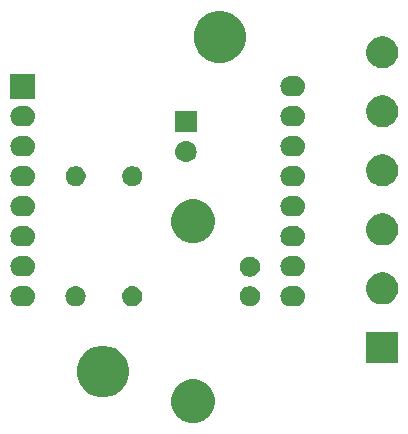
<source format=gbr>
G04 #@! TF.GenerationSoftware,KiCad,Pcbnew,(5.1.2)-2*
G04 #@! TF.CreationDate,2020-12-01T22:27:08-06:00*
G04 #@! TF.ProjectId,TempMonitor10PCB,54656d70-4d6f-46e6-9974-6f7231305043,rev?*
G04 #@! TF.SameCoordinates,Original*
G04 #@! TF.FileFunction,Soldermask,Top*
G04 #@! TF.FilePolarity,Negative*
%FSLAX46Y46*%
G04 Gerber Fmt 4.6, Leading zero omitted, Abs format (unit mm)*
G04 Created by KiCad (PCBNEW (5.1.2)-2) date 2020-12-01 22:27:08*
%MOMM*%
%LPD*%
G04 APERTURE LIST*
%ADD10C,0.100000*%
G04 APERTURE END LIST*
D10*
G36*
X66935692Y-83969956D02*
G01*
X67272661Y-84109533D01*
X67575926Y-84312168D01*
X67833832Y-84570074D01*
X68036467Y-84873339D01*
X68176044Y-85210308D01*
X68247200Y-85568033D01*
X68247200Y-85932767D01*
X68176044Y-86290492D01*
X68036467Y-86627461D01*
X67833832Y-86930726D01*
X67575926Y-87188632D01*
X67272661Y-87391267D01*
X66935692Y-87530844D01*
X66756829Y-87566422D01*
X66577968Y-87602000D01*
X66213232Y-87602000D01*
X66034371Y-87566422D01*
X65855508Y-87530844D01*
X65518539Y-87391267D01*
X65215274Y-87188632D01*
X64957368Y-86930726D01*
X64754733Y-86627461D01*
X64615156Y-86290492D01*
X64544000Y-85932767D01*
X64544000Y-85568033D01*
X64615156Y-85210308D01*
X64754733Y-84873339D01*
X64957368Y-84570074D01*
X65215274Y-84312168D01*
X65518539Y-84109533D01*
X65855508Y-83969956D01*
X66213232Y-83898800D01*
X66577968Y-83898800D01*
X66935692Y-83969956D01*
X66935692Y-83969956D01*
G37*
G36*
X59417607Y-81119382D02*
G01*
X59818163Y-81285298D01*
X59818165Y-81285299D01*
X60178656Y-81526171D01*
X60485229Y-81832744D01*
X60726101Y-82193235D01*
X60726102Y-82193237D01*
X60892018Y-82593793D01*
X60976600Y-83019019D01*
X60976600Y-83452581D01*
X60892018Y-83877807D01*
X60726102Y-84278363D01*
X60726101Y-84278365D01*
X60485229Y-84638856D01*
X60178656Y-84945429D01*
X59818165Y-85186301D01*
X59818164Y-85186302D01*
X59818163Y-85186302D01*
X59417607Y-85352218D01*
X58992381Y-85436800D01*
X58558819Y-85436800D01*
X58133593Y-85352218D01*
X57733037Y-85186302D01*
X57733036Y-85186302D01*
X57733035Y-85186301D01*
X57372544Y-84945429D01*
X57065971Y-84638856D01*
X56825099Y-84278365D01*
X56825098Y-84278363D01*
X56659182Y-83877807D01*
X56574600Y-83452581D01*
X56574600Y-83019019D01*
X56659182Y-82593793D01*
X56825098Y-82193237D01*
X56825099Y-82193235D01*
X57065971Y-81832744D01*
X57372544Y-81526171D01*
X57733035Y-81285299D01*
X57733037Y-81285298D01*
X58133593Y-81119382D01*
X58558819Y-81034800D01*
X58992381Y-81034800D01*
X59417607Y-81119382D01*
X59417607Y-81119382D01*
G37*
G36*
X83774000Y-82554800D02*
G01*
X81072000Y-82554800D01*
X81072000Y-79852800D01*
X83774000Y-79852800D01*
X83774000Y-82554800D01*
X83774000Y-82554800D01*
G37*
G36*
X61431623Y-76021713D02*
G01*
X61592042Y-76070376D01*
X61659161Y-76106252D01*
X61739878Y-76149396D01*
X61869459Y-76255741D01*
X61975804Y-76385322D01*
X61975805Y-76385324D01*
X62054824Y-76533158D01*
X62103487Y-76693577D01*
X62119917Y-76860400D01*
X62103487Y-77027223D01*
X62054824Y-77187642D01*
X62014277Y-77263500D01*
X61975804Y-77335478D01*
X61869459Y-77465059D01*
X61739878Y-77571404D01*
X61739876Y-77571405D01*
X61592042Y-77650424D01*
X61431623Y-77699087D01*
X61306604Y-77711400D01*
X61222996Y-77711400D01*
X61097977Y-77699087D01*
X60937558Y-77650424D01*
X60789724Y-77571405D01*
X60789722Y-77571404D01*
X60660141Y-77465059D01*
X60553796Y-77335478D01*
X60515323Y-77263500D01*
X60474776Y-77187642D01*
X60426113Y-77027223D01*
X60409683Y-76860400D01*
X60426113Y-76693577D01*
X60474776Y-76533158D01*
X60553795Y-76385324D01*
X60553796Y-76385322D01*
X60660141Y-76255741D01*
X60789722Y-76149396D01*
X60870439Y-76106252D01*
X60937558Y-76070376D01*
X61097977Y-76021713D01*
X61222996Y-76009400D01*
X61306604Y-76009400D01*
X61431623Y-76021713D01*
X61431623Y-76021713D01*
G37*
G36*
X71469828Y-76042103D02*
G01*
X71624700Y-76106253D01*
X71764081Y-76199385D01*
X71882615Y-76317919D01*
X71975747Y-76457300D01*
X72039897Y-76612172D01*
X72072600Y-76776584D01*
X72072600Y-76944216D01*
X72039897Y-77108628D01*
X71975747Y-77263500D01*
X71882615Y-77402881D01*
X71764081Y-77521415D01*
X71624700Y-77614547D01*
X71469828Y-77678697D01*
X71305416Y-77711400D01*
X71137784Y-77711400D01*
X70973372Y-77678697D01*
X70818500Y-77614547D01*
X70679119Y-77521415D01*
X70560585Y-77402881D01*
X70467453Y-77263500D01*
X70403303Y-77108628D01*
X70370600Y-76944216D01*
X70370600Y-76776584D01*
X70403303Y-76612172D01*
X70467453Y-76457300D01*
X70560585Y-76317919D01*
X70679119Y-76199385D01*
X70818500Y-76106253D01*
X70973372Y-76042103D01*
X71137784Y-76009400D01*
X71305416Y-76009400D01*
X71469828Y-76042103D01*
X71469828Y-76042103D01*
G37*
G36*
X52360623Y-76021713D02*
G01*
X52521042Y-76070376D01*
X52588161Y-76106252D01*
X52668878Y-76149396D01*
X52798459Y-76255741D01*
X52904804Y-76385322D01*
X52904805Y-76385324D01*
X52983824Y-76533158D01*
X53032487Y-76693577D01*
X53048917Y-76860400D01*
X53032487Y-77027223D01*
X52983824Y-77187642D01*
X52943277Y-77263500D01*
X52904804Y-77335478D01*
X52798459Y-77465059D01*
X52668878Y-77571404D01*
X52668876Y-77571405D01*
X52521042Y-77650424D01*
X52360623Y-77699087D01*
X52235604Y-77711400D01*
X51751996Y-77711400D01*
X51626977Y-77699087D01*
X51466558Y-77650424D01*
X51318724Y-77571405D01*
X51318722Y-77571404D01*
X51189141Y-77465059D01*
X51082796Y-77335478D01*
X51044323Y-77263500D01*
X51003776Y-77187642D01*
X50955113Y-77027223D01*
X50938683Y-76860400D01*
X50955113Y-76693577D01*
X51003776Y-76533158D01*
X51082795Y-76385324D01*
X51082796Y-76385322D01*
X51189141Y-76255741D01*
X51318722Y-76149396D01*
X51399439Y-76106252D01*
X51466558Y-76070376D01*
X51626977Y-76021713D01*
X51751996Y-76009400D01*
X52235604Y-76009400D01*
X52360623Y-76021713D01*
X52360623Y-76021713D01*
G37*
G36*
X75220623Y-76021713D02*
G01*
X75381042Y-76070376D01*
X75448161Y-76106252D01*
X75528878Y-76149396D01*
X75658459Y-76255741D01*
X75764804Y-76385322D01*
X75764805Y-76385324D01*
X75843824Y-76533158D01*
X75892487Y-76693577D01*
X75908917Y-76860400D01*
X75892487Y-77027223D01*
X75843824Y-77187642D01*
X75803277Y-77263500D01*
X75764804Y-77335478D01*
X75658459Y-77465059D01*
X75528878Y-77571404D01*
X75528876Y-77571405D01*
X75381042Y-77650424D01*
X75220623Y-77699087D01*
X75095604Y-77711400D01*
X74611996Y-77711400D01*
X74486977Y-77699087D01*
X74326558Y-77650424D01*
X74178724Y-77571405D01*
X74178722Y-77571404D01*
X74049141Y-77465059D01*
X73942796Y-77335478D01*
X73904323Y-77263500D01*
X73863776Y-77187642D01*
X73815113Y-77027223D01*
X73798683Y-76860400D01*
X73815113Y-76693577D01*
X73863776Y-76533158D01*
X73942795Y-76385324D01*
X73942796Y-76385322D01*
X74049141Y-76255741D01*
X74178722Y-76149396D01*
X74259439Y-76106252D01*
X74326558Y-76070376D01*
X74486977Y-76021713D01*
X74611996Y-76009400D01*
X75095604Y-76009400D01*
X75220623Y-76021713D01*
X75220623Y-76021713D01*
G37*
G36*
X56631023Y-76021713D02*
G01*
X56791442Y-76070376D01*
X56858561Y-76106252D01*
X56939278Y-76149396D01*
X57068859Y-76255741D01*
X57175204Y-76385322D01*
X57175205Y-76385324D01*
X57254224Y-76533158D01*
X57302887Y-76693577D01*
X57319317Y-76860400D01*
X57302887Y-77027223D01*
X57254224Y-77187642D01*
X57213677Y-77263500D01*
X57175204Y-77335478D01*
X57068859Y-77465059D01*
X56939278Y-77571404D01*
X56939276Y-77571405D01*
X56791442Y-77650424D01*
X56631023Y-77699087D01*
X56506004Y-77711400D01*
X56422396Y-77711400D01*
X56297377Y-77699087D01*
X56136958Y-77650424D01*
X55989124Y-77571405D01*
X55989122Y-77571404D01*
X55859541Y-77465059D01*
X55753196Y-77335478D01*
X55714723Y-77263500D01*
X55674176Y-77187642D01*
X55625513Y-77027223D01*
X55609083Y-76860400D01*
X55625513Y-76693577D01*
X55674176Y-76533158D01*
X55753195Y-76385324D01*
X55753196Y-76385322D01*
X55859541Y-76255741D01*
X55989122Y-76149396D01*
X56069839Y-76106252D01*
X56136958Y-76070376D01*
X56297377Y-76021713D01*
X56422396Y-76009400D01*
X56506004Y-76009400D01*
X56631023Y-76021713D01*
X56631023Y-76021713D01*
G37*
G36*
X82807832Y-74902880D02*
G01*
X82817072Y-74904718D01*
X83062939Y-75006559D01*
X83085172Y-75021415D01*
X83284211Y-75154409D01*
X83472391Y-75342589D01*
X83620242Y-75563863D01*
X83722082Y-75809728D01*
X83774000Y-76070737D01*
X83774000Y-76336863D01*
X83722082Y-76597872D01*
X83620242Y-76843737D01*
X83472391Y-77065011D01*
X83284211Y-77253191D01*
X83174328Y-77326613D01*
X83062939Y-77401041D01*
X83062938Y-77401042D01*
X83062937Y-77401042D01*
X82817072Y-77502882D01*
X82556063Y-77554800D01*
X82289937Y-77554800D01*
X82028928Y-77502882D01*
X81783063Y-77401042D01*
X81783062Y-77401042D01*
X81783061Y-77401041D01*
X81671672Y-77326613D01*
X81561789Y-77253191D01*
X81373609Y-77065011D01*
X81225758Y-76843737D01*
X81123918Y-76597872D01*
X81072000Y-76336863D01*
X81072000Y-76070737D01*
X81123918Y-75809728D01*
X81225758Y-75563863D01*
X81373609Y-75342589D01*
X81561789Y-75154409D01*
X81760828Y-75021415D01*
X81783061Y-75006559D01*
X82028928Y-74904718D01*
X82038168Y-74902880D01*
X82289937Y-74852800D01*
X82556063Y-74852800D01*
X82807832Y-74902880D01*
X82807832Y-74902880D01*
G37*
G36*
X71469828Y-73542103D02*
G01*
X71624700Y-73606253D01*
X71764081Y-73699385D01*
X71882615Y-73817919D01*
X71975747Y-73957300D01*
X72039897Y-74112172D01*
X72072600Y-74276584D01*
X72072600Y-74444216D01*
X72039897Y-74608628D01*
X71975747Y-74763500D01*
X71882615Y-74902881D01*
X71764081Y-75021415D01*
X71624700Y-75114547D01*
X71469828Y-75178697D01*
X71305416Y-75211400D01*
X71137784Y-75211400D01*
X70973372Y-75178697D01*
X70818500Y-75114547D01*
X70679119Y-75021415D01*
X70560585Y-74902881D01*
X70467453Y-74763500D01*
X70403303Y-74608628D01*
X70370600Y-74444216D01*
X70370600Y-74276584D01*
X70403303Y-74112172D01*
X70467453Y-73957300D01*
X70560585Y-73817919D01*
X70679119Y-73699385D01*
X70818500Y-73606253D01*
X70973372Y-73542103D01*
X71137784Y-73509400D01*
X71305416Y-73509400D01*
X71469828Y-73542103D01*
X71469828Y-73542103D01*
G37*
G36*
X75220623Y-73481713D02*
G01*
X75381042Y-73530376D01*
X75513706Y-73601286D01*
X75528878Y-73609396D01*
X75658459Y-73715741D01*
X75764804Y-73845322D01*
X75764805Y-73845324D01*
X75843824Y-73993158D01*
X75892487Y-74153577D01*
X75908917Y-74320400D01*
X75892487Y-74487223D01*
X75843824Y-74647642D01*
X75772914Y-74780306D01*
X75764804Y-74795478D01*
X75658459Y-74925059D01*
X75528878Y-75031404D01*
X75528876Y-75031405D01*
X75381042Y-75110424D01*
X75381039Y-75110425D01*
X75367447Y-75114548D01*
X75220623Y-75159087D01*
X75095604Y-75171400D01*
X74611996Y-75171400D01*
X74486977Y-75159087D01*
X74340153Y-75114548D01*
X74326561Y-75110425D01*
X74326558Y-75110424D01*
X74178724Y-75031405D01*
X74178722Y-75031404D01*
X74049141Y-74925059D01*
X73942796Y-74795478D01*
X73934686Y-74780306D01*
X73863776Y-74647642D01*
X73815113Y-74487223D01*
X73798683Y-74320400D01*
X73815113Y-74153577D01*
X73863776Y-73993158D01*
X73942795Y-73845324D01*
X73942796Y-73845322D01*
X74049141Y-73715741D01*
X74178722Y-73609396D01*
X74193894Y-73601286D01*
X74326558Y-73530376D01*
X74486977Y-73481713D01*
X74611996Y-73469400D01*
X75095604Y-73469400D01*
X75220623Y-73481713D01*
X75220623Y-73481713D01*
G37*
G36*
X52360623Y-73481713D02*
G01*
X52521042Y-73530376D01*
X52653706Y-73601286D01*
X52668878Y-73609396D01*
X52798459Y-73715741D01*
X52904804Y-73845322D01*
X52904805Y-73845324D01*
X52983824Y-73993158D01*
X53032487Y-74153577D01*
X53048917Y-74320400D01*
X53032487Y-74487223D01*
X52983824Y-74647642D01*
X52912914Y-74780306D01*
X52904804Y-74795478D01*
X52798459Y-74925059D01*
X52668878Y-75031404D01*
X52668876Y-75031405D01*
X52521042Y-75110424D01*
X52521039Y-75110425D01*
X52507447Y-75114548D01*
X52360623Y-75159087D01*
X52235604Y-75171400D01*
X51751996Y-75171400D01*
X51626977Y-75159087D01*
X51480153Y-75114548D01*
X51466561Y-75110425D01*
X51466558Y-75110424D01*
X51318724Y-75031405D01*
X51318722Y-75031404D01*
X51189141Y-74925059D01*
X51082796Y-74795478D01*
X51074686Y-74780306D01*
X51003776Y-74647642D01*
X50955113Y-74487223D01*
X50938683Y-74320400D01*
X50955113Y-74153577D01*
X51003776Y-73993158D01*
X51082795Y-73845324D01*
X51082796Y-73845322D01*
X51189141Y-73715741D01*
X51318722Y-73609396D01*
X51333894Y-73601286D01*
X51466558Y-73530376D01*
X51626977Y-73481713D01*
X51751996Y-73469400D01*
X52235604Y-73469400D01*
X52360623Y-73481713D01*
X52360623Y-73481713D01*
G37*
G36*
X75220623Y-70941713D02*
G01*
X75381042Y-70990376D01*
X75493509Y-71050491D01*
X75528878Y-71069396D01*
X75658459Y-71175741D01*
X75764804Y-71305322D01*
X75764805Y-71305324D01*
X75843824Y-71453158D01*
X75892487Y-71613577D01*
X75908917Y-71780400D01*
X75892487Y-71947223D01*
X75843824Y-72107642D01*
X75820506Y-72151267D01*
X75764804Y-72255478D01*
X75658459Y-72385059D01*
X75528878Y-72491404D01*
X75528876Y-72491405D01*
X75381042Y-72570424D01*
X75220623Y-72619087D01*
X75095604Y-72631400D01*
X74611996Y-72631400D01*
X74486977Y-72619087D01*
X74326558Y-72570424D01*
X74178724Y-72491405D01*
X74178722Y-72491404D01*
X74049141Y-72385059D01*
X73942796Y-72255478D01*
X73887094Y-72151267D01*
X73863776Y-72107642D01*
X73815113Y-71947223D01*
X73798683Y-71780400D01*
X73815113Y-71613577D01*
X73863776Y-71453158D01*
X73942795Y-71305324D01*
X73942796Y-71305322D01*
X74049141Y-71175741D01*
X74178722Y-71069396D01*
X74214091Y-71050491D01*
X74326558Y-70990376D01*
X74486977Y-70941713D01*
X74611996Y-70929400D01*
X75095604Y-70929400D01*
X75220623Y-70941713D01*
X75220623Y-70941713D01*
G37*
G36*
X52360623Y-70941713D02*
G01*
X52521042Y-70990376D01*
X52633509Y-71050491D01*
X52668878Y-71069396D01*
X52798459Y-71175741D01*
X52904804Y-71305322D01*
X52904805Y-71305324D01*
X52983824Y-71453158D01*
X53032487Y-71613577D01*
X53048917Y-71780400D01*
X53032487Y-71947223D01*
X52983824Y-72107642D01*
X52960506Y-72151267D01*
X52904804Y-72255478D01*
X52798459Y-72385059D01*
X52668878Y-72491404D01*
X52668876Y-72491405D01*
X52521042Y-72570424D01*
X52360623Y-72619087D01*
X52235604Y-72631400D01*
X51751996Y-72631400D01*
X51626977Y-72619087D01*
X51466558Y-72570424D01*
X51318724Y-72491405D01*
X51318722Y-72491404D01*
X51189141Y-72385059D01*
X51082796Y-72255478D01*
X51027094Y-72151267D01*
X51003776Y-72107642D01*
X50955113Y-71947223D01*
X50938683Y-71780400D01*
X50955113Y-71613577D01*
X51003776Y-71453158D01*
X51082795Y-71305324D01*
X51082796Y-71305322D01*
X51189141Y-71175741D01*
X51318722Y-71069396D01*
X51354091Y-71050491D01*
X51466558Y-70990376D01*
X51626977Y-70941713D01*
X51751996Y-70929400D01*
X52235604Y-70929400D01*
X52360623Y-70941713D01*
X52360623Y-70941713D01*
G37*
G36*
X82817072Y-69904718D02*
G01*
X82975424Y-69970309D01*
X83062939Y-70006559D01*
X83171484Y-70079087D01*
X83284211Y-70154409D01*
X83472391Y-70342589D01*
X83620242Y-70563863D01*
X83722082Y-70809728D01*
X83774000Y-71070737D01*
X83774000Y-71336863D01*
X83763935Y-71387461D01*
X83722082Y-71597872D01*
X83620241Y-71843739D01*
X83472390Y-72065012D01*
X83284212Y-72253190D01*
X83062939Y-72401041D01*
X83062938Y-72401042D01*
X83062937Y-72401042D01*
X82817072Y-72502882D01*
X82556063Y-72554800D01*
X82289937Y-72554800D01*
X82028928Y-72502882D01*
X81783063Y-72401042D01*
X81783062Y-72401042D01*
X81783061Y-72401041D01*
X81561788Y-72253190D01*
X81373610Y-72065012D01*
X81225759Y-71843739D01*
X81123918Y-71597872D01*
X81082065Y-71387461D01*
X81072000Y-71336863D01*
X81072000Y-71070737D01*
X81123918Y-70809728D01*
X81225758Y-70563863D01*
X81373609Y-70342589D01*
X81561789Y-70154409D01*
X81674516Y-70079087D01*
X81783061Y-70006559D01*
X81870577Y-69970309D01*
X82028928Y-69904718D01*
X82289937Y-69852800D01*
X82556063Y-69852800D01*
X82817072Y-69904718D01*
X82817072Y-69904718D01*
G37*
G36*
X66935692Y-68729956D02*
G01*
X67272661Y-68869533D01*
X67575926Y-69072168D01*
X67833832Y-69330074D01*
X68036467Y-69633339D01*
X68176044Y-69970308D01*
X68247200Y-70328033D01*
X68247200Y-70692767D01*
X68176044Y-71050492D01*
X68036467Y-71387461D01*
X67833832Y-71690726D01*
X67575926Y-71948632D01*
X67272661Y-72151267D01*
X66935692Y-72290844D01*
X66756829Y-72326422D01*
X66577968Y-72362000D01*
X66213232Y-72362000D01*
X66034371Y-72326422D01*
X65855508Y-72290844D01*
X65518539Y-72151267D01*
X65215274Y-71948632D01*
X64957368Y-71690726D01*
X64754733Y-71387461D01*
X64615156Y-71050492D01*
X64544000Y-70692767D01*
X64544000Y-70328033D01*
X64615156Y-69970308D01*
X64754733Y-69633339D01*
X64957368Y-69330074D01*
X65215274Y-69072168D01*
X65518539Y-68869533D01*
X65855508Y-68729956D01*
X66213232Y-68658800D01*
X66577968Y-68658800D01*
X66935692Y-68729956D01*
X66935692Y-68729956D01*
G37*
G36*
X75220623Y-68401713D02*
G01*
X75381042Y-68450376D01*
X75513706Y-68521286D01*
X75528878Y-68529396D01*
X75658459Y-68635741D01*
X75764804Y-68765322D01*
X75764805Y-68765324D01*
X75843824Y-68913158D01*
X75892487Y-69073577D01*
X75908917Y-69240400D01*
X75892487Y-69407223D01*
X75843824Y-69567642D01*
X75772914Y-69700306D01*
X75764804Y-69715478D01*
X75658459Y-69845059D01*
X75528878Y-69951404D01*
X75528876Y-69951405D01*
X75381042Y-70030424D01*
X75220623Y-70079087D01*
X75095604Y-70091400D01*
X74611996Y-70091400D01*
X74486977Y-70079087D01*
X74326558Y-70030424D01*
X74178724Y-69951405D01*
X74178722Y-69951404D01*
X74049141Y-69845059D01*
X73942796Y-69715478D01*
X73934686Y-69700306D01*
X73863776Y-69567642D01*
X73815113Y-69407223D01*
X73798683Y-69240400D01*
X73815113Y-69073577D01*
X73863776Y-68913158D01*
X73942795Y-68765324D01*
X73942796Y-68765322D01*
X74049141Y-68635741D01*
X74178722Y-68529396D01*
X74193894Y-68521286D01*
X74326558Y-68450376D01*
X74486977Y-68401713D01*
X74611996Y-68389400D01*
X75095604Y-68389400D01*
X75220623Y-68401713D01*
X75220623Y-68401713D01*
G37*
G36*
X52360623Y-68401713D02*
G01*
X52521042Y-68450376D01*
X52653706Y-68521286D01*
X52668878Y-68529396D01*
X52798459Y-68635741D01*
X52904804Y-68765322D01*
X52904805Y-68765324D01*
X52983824Y-68913158D01*
X53032487Y-69073577D01*
X53048917Y-69240400D01*
X53032487Y-69407223D01*
X52983824Y-69567642D01*
X52912914Y-69700306D01*
X52904804Y-69715478D01*
X52798459Y-69845059D01*
X52668878Y-69951404D01*
X52668876Y-69951405D01*
X52521042Y-70030424D01*
X52360623Y-70079087D01*
X52235604Y-70091400D01*
X51751996Y-70091400D01*
X51626977Y-70079087D01*
X51466558Y-70030424D01*
X51318724Y-69951405D01*
X51318722Y-69951404D01*
X51189141Y-69845059D01*
X51082796Y-69715478D01*
X51074686Y-69700306D01*
X51003776Y-69567642D01*
X50955113Y-69407223D01*
X50938683Y-69240400D01*
X50955113Y-69073577D01*
X51003776Y-68913158D01*
X51082795Y-68765324D01*
X51082796Y-68765322D01*
X51189141Y-68635741D01*
X51318722Y-68529396D01*
X51333894Y-68521286D01*
X51466558Y-68450376D01*
X51626977Y-68401713D01*
X51751996Y-68389400D01*
X52235604Y-68389400D01*
X52360623Y-68401713D01*
X52360623Y-68401713D01*
G37*
G36*
X82817072Y-64904718D02*
G01*
X82960352Y-64964066D01*
X83062939Y-65006559D01*
X83070184Y-65011400D01*
X83284211Y-65154409D01*
X83472391Y-65342589D01*
X83620242Y-65563863D01*
X83722082Y-65809728D01*
X83774000Y-66070737D01*
X83774000Y-66336863D01*
X83734871Y-66533575D01*
X83722082Y-66597872D01*
X83620241Y-66843739D01*
X83472390Y-67065012D01*
X83284212Y-67253190D01*
X83062939Y-67401041D01*
X83062938Y-67401042D01*
X83062937Y-67401042D01*
X82817072Y-67502882D01*
X82556063Y-67554800D01*
X82289937Y-67554800D01*
X82028928Y-67502882D01*
X81783063Y-67401042D01*
X81783062Y-67401042D01*
X81783061Y-67401041D01*
X81561788Y-67253190D01*
X81373610Y-67065012D01*
X81225759Y-66843739D01*
X81123918Y-66597872D01*
X81111129Y-66533575D01*
X81072000Y-66336863D01*
X81072000Y-66070737D01*
X81123918Y-65809728D01*
X81225758Y-65563863D01*
X81373609Y-65342589D01*
X81561789Y-65154409D01*
X81775816Y-65011400D01*
X81783061Y-65006559D01*
X81885649Y-64964066D01*
X82028928Y-64904718D01*
X82289937Y-64852800D01*
X82556063Y-64852800D01*
X82817072Y-64904718D01*
X82817072Y-64904718D01*
G37*
G36*
X52360623Y-65861713D02*
G01*
X52521042Y-65910376D01*
X52588161Y-65946252D01*
X52668878Y-65989396D01*
X52798459Y-66095741D01*
X52904804Y-66225322D01*
X52904805Y-66225324D01*
X52983824Y-66373158D01*
X53032487Y-66533577D01*
X53048917Y-66700400D01*
X53032487Y-66867223D01*
X52983824Y-67027642D01*
X52943277Y-67103500D01*
X52904804Y-67175478D01*
X52798459Y-67305059D01*
X52668878Y-67411404D01*
X52668876Y-67411405D01*
X52521042Y-67490424D01*
X52360623Y-67539087D01*
X52235604Y-67551400D01*
X51751996Y-67551400D01*
X51626977Y-67539087D01*
X51466558Y-67490424D01*
X51318724Y-67411405D01*
X51318722Y-67411404D01*
X51189141Y-67305059D01*
X51082796Y-67175478D01*
X51044323Y-67103500D01*
X51003776Y-67027642D01*
X50955113Y-66867223D01*
X50938683Y-66700400D01*
X50955113Y-66533577D01*
X51003776Y-66373158D01*
X51082795Y-66225324D01*
X51082796Y-66225322D01*
X51189141Y-66095741D01*
X51318722Y-65989396D01*
X51399439Y-65946252D01*
X51466558Y-65910376D01*
X51626977Y-65861713D01*
X51751996Y-65849400D01*
X52235604Y-65849400D01*
X52360623Y-65861713D01*
X52360623Y-65861713D01*
G37*
G36*
X56712428Y-65882103D02*
G01*
X56867300Y-65946253D01*
X57006681Y-66039385D01*
X57125215Y-66157919D01*
X57218347Y-66297300D01*
X57282497Y-66452172D01*
X57315200Y-66616584D01*
X57315200Y-66784216D01*
X57282497Y-66948628D01*
X57218347Y-67103500D01*
X57125215Y-67242881D01*
X57006681Y-67361415D01*
X56867300Y-67454547D01*
X56712428Y-67518697D01*
X56548016Y-67551400D01*
X56380384Y-67551400D01*
X56215972Y-67518697D01*
X56061100Y-67454547D01*
X55921719Y-67361415D01*
X55803185Y-67242881D01*
X55710053Y-67103500D01*
X55645903Y-66948628D01*
X55613200Y-66784216D01*
X55613200Y-66616584D01*
X55645903Y-66452172D01*
X55710053Y-66297300D01*
X55803185Y-66157919D01*
X55921719Y-66039385D01*
X56061100Y-65946253D01*
X56215972Y-65882103D01*
X56380384Y-65849400D01*
X56548016Y-65849400D01*
X56712428Y-65882103D01*
X56712428Y-65882103D01*
G37*
G36*
X75220623Y-65861713D02*
G01*
X75381042Y-65910376D01*
X75448161Y-65946252D01*
X75528878Y-65989396D01*
X75658459Y-66095741D01*
X75764804Y-66225322D01*
X75764805Y-66225324D01*
X75843824Y-66373158D01*
X75892487Y-66533577D01*
X75908917Y-66700400D01*
X75892487Y-66867223D01*
X75843824Y-67027642D01*
X75803277Y-67103500D01*
X75764804Y-67175478D01*
X75658459Y-67305059D01*
X75528878Y-67411404D01*
X75528876Y-67411405D01*
X75381042Y-67490424D01*
X75220623Y-67539087D01*
X75095604Y-67551400D01*
X74611996Y-67551400D01*
X74486977Y-67539087D01*
X74326558Y-67490424D01*
X74178724Y-67411405D01*
X74178722Y-67411404D01*
X74049141Y-67305059D01*
X73942796Y-67175478D01*
X73904323Y-67103500D01*
X73863776Y-67027642D01*
X73815113Y-66867223D01*
X73798683Y-66700400D01*
X73815113Y-66533577D01*
X73863776Y-66373158D01*
X73942795Y-66225324D01*
X73942796Y-66225322D01*
X74049141Y-66095741D01*
X74178722Y-65989396D01*
X74259439Y-65946252D01*
X74326558Y-65910376D01*
X74486977Y-65861713D01*
X74611996Y-65849400D01*
X75095604Y-65849400D01*
X75220623Y-65861713D01*
X75220623Y-65861713D01*
G37*
G36*
X61513028Y-65882103D02*
G01*
X61667900Y-65946253D01*
X61807281Y-66039385D01*
X61925815Y-66157919D01*
X62018947Y-66297300D01*
X62083097Y-66452172D01*
X62115800Y-66616584D01*
X62115800Y-66784216D01*
X62083097Y-66948628D01*
X62018947Y-67103500D01*
X61925815Y-67242881D01*
X61807281Y-67361415D01*
X61667900Y-67454547D01*
X61513028Y-67518697D01*
X61348616Y-67551400D01*
X61180984Y-67551400D01*
X61016572Y-67518697D01*
X60861700Y-67454547D01*
X60722319Y-67361415D01*
X60603785Y-67242881D01*
X60510653Y-67103500D01*
X60446503Y-66948628D01*
X60413800Y-66784216D01*
X60413800Y-66616584D01*
X60446503Y-66452172D01*
X60510653Y-66297300D01*
X60603785Y-66157919D01*
X60722319Y-66039385D01*
X60861700Y-65946253D01*
X61016572Y-65882103D01*
X61180984Y-65849400D01*
X61348616Y-65849400D01*
X61513028Y-65882103D01*
X61513028Y-65882103D01*
G37*
G36*
X65921843Y-63723119D02*
G01*
X65988027Y-63729637D01*
X66157866Y-63781157D01*
X66314391Y-63864822D01*
X66350129Y-63894152D01*
X66451586Y-63977414D01*
X66534848Y-64078871D01*
X66564178Y-64114609D01*
X66647843Y-64271134D01*
X66699363Y-64440973D01*
X66716759Y-64617600D01*
X66699363Y-64794227D01*
X66647843Y-64964066D01*
X66564178Y-65120591D01*
X66536424Y-65154409D01*
X66451586Y-65257786D01*
X66350129Y-65341048D01*
X66314391Y-65370378D01*
X66157866Y-65454043D01*
X65988027Y-65505563D01*
X65921843Y-65512081D01*
X65855660Y-65518600D01*
X65767140Y-65518600D01*
X65700957Y-65512081D01*
X65634773Y-65505563D01*
X65464934Y-65454043D01*
X65308409Y-65370378D01*
X65272671Y-65341048D01*
X65171214Y-65257786D01*
X65086376Y-65154409D01*
X65058622Y-65120591D01*
X64974957Y-64964066D01*
X64923437Y-64794227D01*
X64906041Y-64617600D01*
X64923437Y-64440973D01*
X64974957Y-64271134D01*
X65058622Y-64114609D01*
X65087952Y-64078871D01*
X65171214Y-63977414D01*
X65272671Y-63894152D01*
X65308409Y-63864822D01*
X65464934Y-63781157D01*
X65634773Y-63729637D01*
X65700957Y-63723119D01*
X65767140Y-63716600D01*
X65855660Y-63716600D01*
X65921843Y-63723119D01*
X65921843Y-63723119D01*
G37*
G36*
X75220623Y-63321713D02*
G01*
X75381042Y-63370376D01*
X75513706Y-63441286D01*
X75528878Y-63449396D01*
X75658459Y-63555741D01*
X75764804Y-63685322D01*
X75764805Y-63685324D01*
X75843824Y-63833158D01*
X75892487Y-63993577D01*
X75908917Y-64160400D01*
X75892487Y-64327223D01*
X75843824Y-64487642D01*
X75774360Y-64617600D01*
X75764804Y-64635478D01*
X75658459Y-64765059D01*
X75528878Y-64871404D01*
X75528876Y-64871405D01*
X75381042Y-64950424D01*
X75220623Y-64999087D01*
X75095604Y-65011400D01*
X74611996Y-65011400D01*
X74486977Y-64999087D01*
X74326558Y-64950424D01*
X74178724Y-64871405D01*
X74178722Y-64871404D01*
X74049141Y-64765059D01*
X73942796Y-64635478D01*
X73933240Y-64617600D01*
X73863776Y-64487642D01*
X73815113Y-64327223D01*
X73798683Y-64160400D01*
X73815113Y-63993577D01*
X73863776Y-63833158D01*
X73942795Y-63685324D01*
X73942796Y-63685322D01*
X74049141Y-63555741D01*
X74178722Y-63449396D01*
X74193894Y-63441286D01*
X74326558Y-63370376D01*
X74486977Y-63321713D01*
X74611996Y-63309400D01*
X75095604Y-63309400D01*
X75220623Y-63321713D01*
X75220623Y-63321713D01*
G37*
G36*
X52360623Y-63321713D02*
G01*
X52521042Y-63370376D01*
X52653706Y-63441286D01*
X52668878Y-63449396D01*
X52798459Y-63555741D01*
X52904804Y-63685322D01*
X52904805Y-63685324D01*
X52983824Y-63833158D01*
X53032487Y-63993577D01*
X53048917Y-64160400D01*
X53032487Y-64327223D01*
X52983824Y-64487642D01*
X52914360Y-64617600D01*
X52904804Y-64635478D01*
X52798459Y-64765059D01*
X52668878Y-64871404D01*
X52668876Y-64871405D01*
X52521042Y-64950424D01*
X52360623Y-64999087D01*
X52235604Y-65011400D01*
X51751996Y-65011400D01*
X51626977Y-64999087D01*
X51466558Y-64950424D01*
X51318724Y-64871405D01*
X51318722Y-64871404D01*
X51189141Y-64765059D01*
X51082796Y-64635478D01*
X51073240Y-64617600D01*
X51003776Y-64487642D01*
X50955113Y-64327223D01*
X50938683Y-64160400D01*
X50955113Y-63993577D01*
X51003776Y-63833158D01*
X51082795Y-63685324D01*
X51082796Y-63685322D01*
X51189141Y-63555741D01*
X51318722Y-63449396D01*
X51333894Y-63441286D01*
X51466558Y-63370376D01*
X51626977Y-63321713D01*
X51751996Y-63309400D01*
X52235604Y-63309400D01*
X52360623Y-63321713D01*
X52360623Y-63321713D01*
G37*
G36*
X66712400Y-62978600D02*
G01*
X64910400Y-62978600D01*
X64910400Y-61176600D01*
X66712400Y-61176600D01*
X66712400Y-62978600D01*
X66712400Y-62978600D01*
G37*
G36*
X82817072Y-59904718D02*
G01*
X83062939Y-60006559D01*
X83174328Y-60080987D01*
X83284211Y-60154409D01*
X83472391Y-60342589D01*
X83620242Y-60563863D01*
X83722082Y-60809728D01*
X83774000Y-61070737D01*
X83774000Y-61336863D01*
X83750784Y-61453577D01*
X83722082Y-61597872D01*
X83620241Y-61843739D01*
X83472390Y-62065012D01*
X83284212Y-62253190D01*
X83062939Y-62401041D01*
X83062938Y-62401042D01*
X83062937Y-62401042D01*
X82817072Y-62502882D01*
X82556063Y-62554800D01*
X82289937Y-62554800D01*
X82028928Y-62502882D01*
X81783063Y-62401042D01*
X81783062Y-62401042D01*
X81783061Y-62401041D01*
X81561788Y-62253190D01*
X81373610Y-62065012D01*
X81225759Y-61843739D01*
X81123918Y-61597872D01*
X81095216Y-61453577D01*
X81072000Y-61336863D01*
X81072000Y-61070737D01*
X81123918Y-60809728D01*
X81225758Y-60563863D01*
X81373609Y-60342589D01*
X81561789Y-60154409D01*
X81671672Y-60080987D01*
X81783061Y-60006559D01*
X82028928Y-59904718D01*
X82289937Y-59852800D01*
X82556063Y-59852800D01*
X82817072Y-59904718D01*
X82817072Y-59904718D01*
G37*
G36*
X75220623Y-60781713D02*
G01*
X75381042Y-60830376D01*
X75513706Y-60901286D01*
X75528878Y-60909396D01*
X75658459Y-61015741D01*
X75764804Y-61145322D01*
X75764805Y-61145324D01*
X75843824Y-61293158D01*
X75892487Y-61453577D01*
X75908917Y-61620400D01*
X75892487Y-61787223D01*
X75843824Y-61947642D01*
X75781089Y-62065011D01*
X75764804Y-62095478D01*
X75658459Y-62225059D01*
X75528878Y-62331404D01*
X75528876Y-62331405D01*
X75381042Y-62410424D01*
X75220623Y-62459087D01*
X75095604Y-62471400D01*
X74611996Y-62471400D01*
X74486977Y-62459087D01*
X74326558Y-62410424D01*
X74178724Y-62331405D01*
X74178722Y-62331404D01*
X74049141Y-62225059D01*
X73942796Y-62095478D01*
X73926511Y-62065011D01*
X73863776Y-61947642D01*
X73815113Y-61787223D01*
X73798683Y-61620400D01*
X73815113Y-61453577D01*
X73863776Y-61293158D01*
X73942795Y-61145324D01*
X73942796Y-61145322D01*
X74049141Y-61015741D01*
X74178722Y-60909396D01*
X74193894Y-60901286D01*
X74326558Y-60830376D01*
X74486977Y-60781713D01*
X74611996Y-60769400D01*
X75095604Y-60769400D01*
X75220623Y-60781713D01*
X75220623Y-60781713D01*
G37*
G36*
X52360623Y-60781713D02*
G01*
X52521042Y-60830376D01*
X52653706Y-60901286D01*
X52668878Y-60909396D01*
X52798459Y-61015741D01*
X52904804Y-61145322D01*
X52904805Y-61145324D01*
X52983824Y-61293158D01*
X53032487Y-61453577D01*
X53048917Y-61620400D01*
X53032487Y-61787223D01*
X52983824Y-61947642D01*
X52921089Y-62065011D01*
X52904804Y-62095478D01*
X52798459Y-62225059D01*
X52668878Y-62331404D01*
X52668876Y-62331405D01*
X52521042Y-62410424D01*
X52360623Y-62459087D01*
X52235604Y-62471400D01*
X51751996Y-62471400D01*
X51626977Y-62459087D01*
X51466558Y-62410424D01*
X51318724Y-62331405D01*
X51318722Y-62331404D01*
X51189141Y-62225059D01*
X51082796Y-62095478D01*
X51066511Y-62065011D01*
X51003776Y-61947642D01*
X50955113Y-61787223D01*
X50938683Y-61620400D01*
X50955113Y-61453577D01*
X51003776Y-61293158D01*
X51082795Y-61145324D01*
X51082796Y-61145322D01*
X51189141Y-61015741D01*
X51318722Y-60909396D01*
X51333894Y-60901286D01*
X51466558Y-60830376D01*
X51626977Y-60781713D01*
X51751996Y-60769400D01*
X52235604Y-60769400D01*
X52360623Y-60781713D01*
X52360623Y-60781713D01*
G37*
G36*
X53044800Y-60131400D02*
G01*
X50942800Y-60131400D01*
X50942800Y-58029400D01*
X53044800Y-58029400D01*
X53044800Y-60131400D01*
X53044800Y-60131400D01*
G37*
G36*
X75220623Y-58241713D02*
G01*
X75381042Y-58290376D01*
X75513706Y-58361286D01*
X75528878Y-58369396D01*
X75658459Y-58475741D01*
X75764804Y-58605322D01*
X75764805Y-58605324D01*
X75843824Y-58753158D01*
X75892487Y-58913577D01*
X75908917Y-59080400D01*
X75892487Y-59247223D01*
X75843824Y-59407642D01*
X75772914Y-59540306D01*
X75764804Y-59555478D01*
X75658459Y-59685059D01*
X75528878Y-59791404D01*
X75528876Y-59791405D01*
X75381042Y-59870424D01*
X75220623Y-59919087D01*
X75095604Y-59931400D01*
X74611996Y-59931400D01*
X74486977Y-59919087D01*
X74326558Y-59870424D01*
X74178724Y-59791405D01*
X74178722Y-59791404D01*
X74049141Y-59685059D01*
X73942796Y-59555478D01*
X73934686Y-59540306D01*
X73863776Y-59407642D01*
X73815113Y-59247223D01*
X73798683Y-59080400D01*
X73815113Y-58913577D01*
X73863776Y-58753158D01*
X73942795Y-58605324D01*
X73942796Y-58605322D01*
X74049141Y-58475741D01*
X74178722Y-58369396D01*
X74193894Y-58361286D01*
X74326558Y-58290376D01*
X74486977Y-58241713D01*
X74611996Y-58229400D01*
X75095604Y-58229400D01*
X75220623Y-58241713D01*
X75220623Y-58241713D01*
G37*
G36*
X82817072Y-54904718D02*
G01*
X83062939Y-55006559D01*
X83174328Y-55080987D01*
X83250047Y-55131581D01*
X83284212Y-55154410D01*
X83472390Y-55342588D01*
X83620241Y-55563861D01*
X83722082Y-55809728D01*
X83774000Y-56070738D01*
X83774000Y-56336862D01*
X83722082Y-56597872D01*
X83620241Y-56843739D01*
X83472390Y-57065012D01*
X83284212Y-57253190D01*
X83062939Y-57401041D01*
X83062938Y-57401042D01*
X83062937Y-57401042D01*
X82817072Y-57502882D01*
X82556063Y-57554800D01*
X82289937Y-57554800D01*
X82028928Y-57502882D01*
X81783063Y-57401042D01*
X81783062Y-57401042D01*
X81783061Y-57401041D01*
X81561788Y-57253190D01*
X81373610Y-57065012D01*
X81225759Y-56843739D01*
X81123918Y-56597872D01*
X81072000Y-56336862D01*
X81072000Y-56070738D01*
X81123918Y-55809728D01*
X81225759Y-55563861D01*
X81373610Y-55342588D01*
X81561788Y-55154410D01*
X81595954Y-55131581D01*
X81671672Y-55080987D01*
X81783061Y-55006559D01*
X82028928Y-54904718D01*
X82289937Y-54852800D01*
X82556063Y-54852800D01*
X82817072Y-54904718D01*
X82817072Y-54904718D01*
G37*
G36*
X69298207Y-52798382D02*
G01*
X69698763Y-52964298D01*
X69698765Y-52964299D01*
X70059256Y-53205171D01*
X70365829Y-53511744D01*
X70606701Y-53872235D01*
X70606702Y-53872237D01*
X70772618Y-54272793D01*
X70857200Y-54698019D01*
X70857200Y-55131581D01*
X70772618Y-55556807D01*
X70606702Y-55957363D01*
X70606701Y-55957365D01*
X70365829Y-56317856D01*
X70059256Y-56624429D01*
X69698765Y-56865301D01*
X69698764Y-56865302D01*
X69698763Y-56865302D01*
X69298207Y-57031218D01*
X68872981Y-57115800D01*
X68439419Y-57115800D01*
X68014193Y-57031218D01*
X67613637Y-56865302D01*
X67613636Y-56865302D01*
X67613635Y-56865301D01*
X67253144Y-56624429D01*
X66946571Y-56317856D01*
X66705699Y-55957365D01*
X66705698Y-55957363D01*
X66539782Y-55556807D01*
X66455200Y-55131581D01*
X66455200Y-54698019D01*
X66539782Y-54272793D01*
X66705698Y-53872237D01*
X66705699Y-53872235D01*
X66946571Y-53511744D01*
X67253144Y-53205171D01*
X67613635Y-52964299D01*
X67613637Y-52964298D01*
X68014193Y-52798382D01*
X68439419Y-52713800D01*
X68872981Y-52713800D01*
X69298207Y-52798382D01*
X69298207Y-52798382D01*
G37*
M02*

</source>
